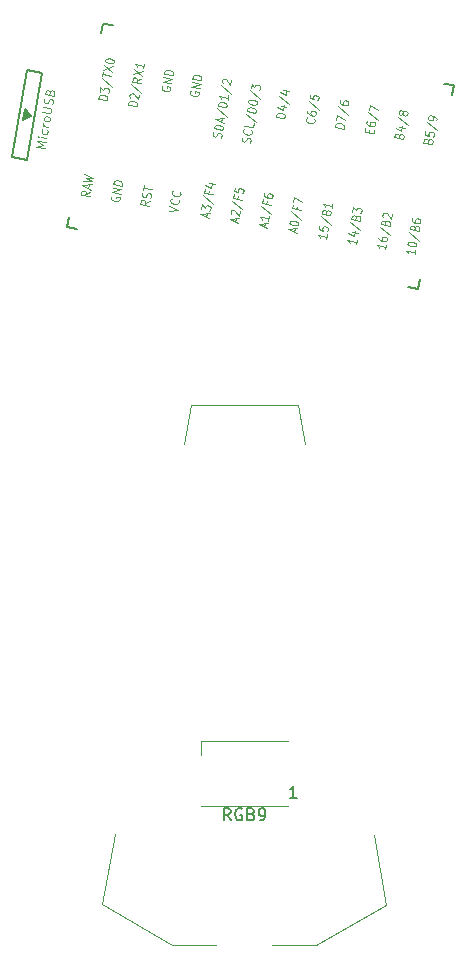
<source format=gto>
G04 #@! TF.GenerationSoftware,KiCad,Pcbnew,(5.1.10-1-10_14)*
G04 #@! TF.CreationDate,2021-11-21T17:36:23-05:00*
G04 #@! TF.ProjectId,reviung34,72657669-756e-4673-9334-2e6b69636164,1*
G04 #@! TF.SameCoordinates,Original*
G04 #@! TF.FileFunction,Legend,Top*
G04 #@! TF.FilePolarity,Positive*
%FSLAX46Y46*%
G04 Gerber Fmt 4.6, Leading zero omitted, Abs format (unit mm)*
G04 Created by KiCad (PCBNEW (5.1.10-1-10_14)) date 2021-11-21 17:36:23*
%MOMM*%
%LPD*%
G01*
G04 APERTURE LIST*
%ADD10C,0.120000*%
%ADD11C,0.150000*%
%ADD12C,0.125000*%
%ADD13C,1.700000*%
%ADD14C,2.000000*%
%ADD15C,3.400000*%
%ADD16C,4.000000*%
%ADD17C,2.100000*%
%ADD18C,1.900000*%
%ADD19R,1.500000X1.000000*%
%ADD20C,2.200000*%
%ADD21C,4.500000*%
G04 APERTURE END LIST*
D10*
X142490000Y-63170000D02*
X143040000Y-66440000D01*
X133410000Y-63170000D02*
X142490000Y-63170000D01*
X132800000Y-66470000D02*
X133410000Y-63170000D01*
X144040000Y-108860000D02*
X140290000Y-108860000D01*
X149940000Y-105500000D02*
X144040000Y-108860000D01*
X148890000Y-99550000D02*
X149940000Y-105500000D01*
X131840000Y-108900000D02*
X135550000Y-108890000D01*
X125920000Y-105450000D02*
X131840000Y-108900000D01*
X126960000Y-99510000D02*
X125920000Y-105450000D01*
D11*
X119675375Y-38797298D02*
X119727469Y-38501856D01*
X119510289Y-38869732D02*
X119597113Y-38377328D01*
X119345203Y-38942165D02*
X119466756Y-38252800D01*
X119898383Y-38684307D02*
X119171434Y-39063839D01*
X119345082Y-38079032D02*
X119898383Y-38684307D01*
X119171434Y-39063839D02*
X119345082Y-38079032D01*
X119564756Y-34817630D02*
X118262395Y-42203688D01*
X120845006Y-35043372D02*
X119564756Y-34817630D01*
X119542645Y-42429430D02*
X120845006Y-35043372D01*
X118262395Y-42203688D02*
X119542645Y-42429430D01*
X122909077Y-48100156D02*
X123746164Y-48247757D01*
X125947921Y-30866021D02*
X126785007Y-31013622D01*
X122909077Y-48100156D02*
X123056678Y-47263070D01*
X125947921Y-30866021D02*
X125809002Y-31653867D01*
X151763945Y-53188048D02*
X152650272Y-53344331D01*
X154852028Y-35962595D02*
X155689115Y-36110196D01*
X152650272Y-53344331D02*
X152797873Y-52507245D01*
X155689115Y-36110196D02*
X155539777Y-36957130D01*
D10*
X134290000Y-91610000D02*
X134290000Y-92760000D01*
X141590000Y-91610000D02*
X134290000Y-91610000D01*
X141590000Y-97110000D02*
X134290000Y-97110000D01*
D12*
X124898213Y-45107723D02*
X124507714Y-45265646D01*
X124831730Y-45484763D02*
X124093124Y-45354527D01*
X124137446Y-45103167D01*
X124183698Y-45046528D01*
X124224410Y-45021310D01*
X124300294Y-45002293D01*
X124405809Y-45020899D01*
X124470612Y-45064722D01*
X124500244Y-45102344D01*
X124524335Y-45171386D01*
X124480013Y-45422746D01*
X124731504Y-44819152D02*
X124786906Y-44504951D01*
X124931454Y-44919202D02*
X124231630Y-44569026D01*
X125009017Y-44479322D01*
X124298112Y-44191985D02*
X125064419Y-44165121D01*
X124559004Y-43946415D01*
X125108740Y-43913761D01*
X124397836Y-43626424D01*
X126697728Y-45473621D02*
X126651476Y-45530260D01*
X126634856Y-45624520D01*
X126653407Y-45724982D01*
X126712670Y-45800225D01*
X126777473Y-45844049D01*
X126912620Y-45900276D01*
X127018135Y-45918881D01*
X127164362Y-45912268D01*
X127240245Y-45893251D01*
X127321669Y-45842814D01*
X127373461Y-45754756D01*
X127384542Y-45691916D01*
X127365991Y-45591454D01*
X127336359Y-45553832D01*
X127090157Y-45510420D01*
X127067996Y-45636100D01*
X127456564Y-45283455D02*
X126717959Y-45153219D01*
X127523047Y-44906415D01*
X126784441Y-44776178D01*
X127578449Y-44592214D02*
X126839843Y-44461978D01*
X126867544Y-44304878D01*
X126919336Y-44216819D01*
X127000760Y-44166382D01*
X127076644Y-44147366D01*
X127222871Y-44140753D01*
X127328386Y-44159358D01*
X127463533Y-44215585D01*
X127528336Y-44259408D01*
X127587599Y-44334652D01*
X127606150Y-44435114D01*
X127578449Y-44592214D01*
X129937352Y-45899069D02*
X129546854Y-46056992D01*
X129870870Y-46276109D02*
X129132264Y-46145873D01*
X129176586Y-45894513D01*
X129222838Y-45837874D01*
X129263550Y-45812656D01*
X129339433Y-45793639D01*
X129444948Y-45812244D01*
X129509752Y-45856068D01*
X129539383Y-45893690D01*
X129563474Y-45962732D01*
X129519153Y-46214092D01*
X129946502Y-45641506D02*
X129998295Y-45553448D01*
X130025996Y-45396348D01*
X130001904Y-45327306D01*
X129972273Y-45289684D01*
X129907470Y-45245860D01*
X129837126Y-45233457D01*
X129761243Y-45252474D01*
X129720531Y-45277692D01*
X129674279Y-45334330D01*
X129616946Y-45453809D01*
X129570694Y-45510447D01*
X129529982Y-45535666D01*
X129454098Y-45554682D01*
X129383755Y-45542279D01*
X129318952Y-45498455D01*
X129289320Y-45460834D01*
X129265229Y-45391792D01*
X129292930Y-45234691D01*
X129344722Y-45146633D01*
X129342792Y-44951911D02*
X129409274Y-44574870D01*
X130114639Y-44893627D02*
X129376033Y-44763391D01*
X131520112Y-46712701D02*
X132297499Y-46622997D01*
X131597675Y-46272821D01*
X132371201Y-45793672D02*
X132400833Y-45831294D01*
X132419384Y-45931756D01*
X132408303Y-45994596D01*
X132356511Y-46082654D01*
X132275087Y-46133091D01*
X132199204Y-46152108D01*
X132052977Y-46158721D01*
X131947462Y-46140116D01*
X131812315Y-46083889D01*
X131747512Y-46040065D01*
X131688249Y-45964822D01*
X131669698Y-45864360D01*
X131680778Y-45801520D01*
X131732570Y-45713461D01*
X131773282Y-45688243D01*
X132487546Y-45133851D02*
X132517177Y-45171473D01*
X132535728Y-45271935D01*
X132524648Y-45334775D01*
X132472855Y-45422833D01*
X132391432Y-45473270D01*
X132315548Y-45492286D01*
X132169321Y-45498900D01*
X132063806Y-45480294D01*
X131928659Y-45424068D01*
X131863856Y-45380244D01*
X131804593Y-45305000D01*
X131786042Y-45204539D01*
X131797122Y-45141698D01*
X131848915Y-45053640D01*
X131889627Y-45028422D01*
X134716674Y-47217833D02*
X134772076Y-46903633D01*
X134916624Y-47317884D02*
X134216800Y-46967707D01*
X134994187Y-46878003D01*
X134283282Y-46590666D02*
X134355305Y-46182206D01*
X134597897Y-46451760D01*
X134614518Y-46357500D01*
X134660770Y-46300861D01*
X134701482Y-46275643D01*
X134777365Y-46256626D01*
X134953224Y-46287635D01*
X135018027Y-46331458D01*
X135047659Y-46369080D01*
X135071750Y-46438122D01*
X135038509Y-46626642D01*
X134992256Y-46683281D01*
X134951545Y-46708499D01*
X134453098Y-45421922D02*
X135303010Y-46154930D01*
X134917550Y-45050261D02*
X134878768Y-45270201D01*
X135265657Y-45338420D02*
X134527051Y-45208184D01*
X134582453Y-44893983D01*
X134922839Y-44403254D02*
X135415242Y-44490078D01*
X134613764Y-44510741D02*
X135113638Y-44760867D01*
X135185661Y-44352406D01*
X137178694Y-47651954D02*
X137234096Y-47337754D01*
X137378644Y-47752005D02*
X136678820Y-47401828D01*
X137456207Y-47312124D01*
X136821186Y-47005771D02*
X136791554Y-46968149D01*
X136767463Y-46899107D01*
X136795164Y-46742007D01*
X136841416Y-46685368D01*
X136882128Y-46660150D01*
X136958012Y-46641133D01*
X137028355Y-46653537D01*
X137128330Y-46703562D01*
X137483908Y-47155023D01*
X137555931Y-46746563D01*
X136915118Y-45856043D02*
X137765030Y-46589051D01*
X137379570Y-45484382D02*
X137340788Y-45704322D01*
X137727677Y-45772541D02*
X136989071Y-45642305D01*
X137044473Y-45328104D01*
X137144197Y-44762543D02*
X137088795Y-45076744D01*
X137434972Y-45170181D01*
X137405340Y-45132559D01*
X137381249Y-45063517D01*
X137408950Y-44906417D01*
X137455202Y-44849779D01*
X137495914Y-44824560D01*
X137571798Y-44805544D01*
X137747656Y-44836552D01*
X137812459Y-44880376D01*
X137842091Y-44917998D01*
X137866182Y-44987040D01*
X137838481Y-45144140D01*
X137792229Y-45200778D01*
X137751517Y-45225997D01*
X139640713Y-48086074D02*
X139696115Y-47771874D01*
X139840663Y-48186125D02*
X139140839Y-47835948D01*
X139918226Y-47746244D01*
X140017950Y-47180683D02*
X139951467Y-47557723D01*
X139984708Y-47369203D02*
X139246103Y-47238967D01*
X139340537Y-47320412D01*
X139399800Y-47395656D01*
X139423892Y-47464698D01*
X139377137Y-46290163D02*
X140227049Y-47023171D01*
X139841589Y-45918502D02*
X139802807Y-46138442D01*
X140189696Y-46206661D02*
X139451090Y-46076425D01*
X139506492Y-45762224D01*
X139600676Y-45228083D02*
X139578515Y-45353763D01*
X139602606Y-45422805D01*
X139632238Y-45460427D01*
X139726672Y-45541872D01*
X139861819Y-45598099D01*
X140143193Y-45647713D01*
X140219076Y-45628696D01*
X140259788Y-45603478D01*
X140306040Y-45546840D01*
X140328201Y-45421160D01*
X140304110Y-45352118D01*
X140274478Y-45314496D01*
X140209675Y-45270672D01*
X140033817Y-45239664D01*
X139957933Y-45258680D01*
X139917221Y-45283899D01*
X139870969Y-45340537D01*
X139848808Y-45466217D01*
X139872899Y-45535259D01*
X139902531Y-45572881D01*
X139967334Y-45616704D01*
X142151973Y-48528877D02*
X142207375Y-48214677D01*
X142351923Y-48628928D02*
X141652099Y-48278751D01*
X142429486Y-48189047D01*
X141751822Y-47713190D02*
X141762903Y-47650350D01*
X141809155Y-47593711D01*
X141849867Y-47568493D01*
X141925750Y-47549477D01*
X142071977Y-47542863D01*
X142247836Y-47573872D01*
X142382983Y-47630099D01*
X142447786Y-47673922D01*
X142477417Y-47711544D01*
X142501509Y-47780586D01*
X142490428Y-47843426D01*
X142444176Y-47900064D01*
X142403464Y-47925283D01*
X142327581Y-47944299D01*
X142181354Y-47950913D01*
X142005495Y-47919904D01*
X141870348Y-47863677D01*
X141805545Y-47819854D01*
X141775914Y-47782232D01*
X141751822Y-47713190D01*
X141888397Y-46732966D02*
X142738309Y-47465974D01*
X142352849Y-46361305D02*
X142314067Y-46581245D01*
X142700956Y-46649464D02*
X141962350Y-46519228D01*
X142017752Y-46205027D01*
X142050993Y-46016507D02*
X142128556Y-45576626D01*
X142817300Y-45989643D01*
X144926895Y-48710400D02*
X144860413Y-49087441D01*
X144893654Y-48898920D02*
X144155048Y-48768684D01*
X144249483Y-48850129D01*
X144308746Y-48925373D01*
X144332837Y-48994415D01*
X144293554Y-47983183D02*
X144238151Y-48297383D01*
X144584328Y-48390820D01*
X144554697Y-48353199D01*
X144530606Y-48284157D01*
X144558307Y-48127057D01*
X144604559Y-48070418D01*
X144645271Y-48045200D01*
X144721154Y-48026183D01*
X144897013Y-48057192D01*
X144961816Y-48101015D01*
X144991447Y-48138637D01*
X145015539Y-48207679D01*
X144987838Y-48364779D01*
X144941586Y-48421418D01*
X144900874Y-48446636D01*
X144396887Y-47191480D02*
X145246799Y-47924487D01*
X144861339Y-46819818D02*
X144913131Y-46731759D01*
X144953843Y-46706541D01*
X145029726Y-46687524D01*
X145135241Y-46706129D01*
X145200045Y-46749953D01*
X145229676Y-46787575D01*
X145253767Y-46856617D01*
X145209446Y-47107977D01*
X144470840Y-46977741D01*
X144509621Y-46757800D01*
X144555874Y-46701162D01*
X144596585Y-46675944D01*
X144672469Y-46656927D01*
X144742813Y-46669331D01*
X144807616Y-46713154D01*
X144837247Y-46750776D01*
X144861339Y-46819818D01*
X144822557Y-47039758D01*
X145386732Y-46102535D02*
X145320250Y-46479576D01*
X145353491Y-46291055D02*
X144614885Y-46160819D01*
X144709320Y-46242265D01*
X144768583Y-46317508D01*
X144792674Y-46386550D01*
X147438154Y-49153203D02*
X147371672Y-49530244D01*
X147404913Y-49341723D02*
X146666307Y-49211487D01*
X146760742Y-49292932D01*
X146820005Y-49368176D01*
X146844096Y-49437218D01*
X147045474Y-48500818D02*
X147537878Y-48587642D01*
X146736400Y-48608304D02*
X147236274Y-48858430D01*
X147308297Y-48449970D01*
X146908146Y-47634283D02*
X147758058Y-48367290D01*
X147372598Y-47262621D02*
X147424390Y-47174562D01*
X147465102Y-47149344D01*
X147540985Y-47130327D01*
X147646500Y-47148932D01*
X147711304Y-47192756D01*
X147740935Y-47230378D01*
X147765026Y-47299420D01*
X147720705Y-47550780D01*
X146982099Y-47420544D01*
X147020880Y-47200603D01*
X147067133Y-47143965D01*
X147107844Y-47118747D01*
X147183728Y-47099730D01*
X147254072Y-47112134D01*
X147318875Y-47155957D01*
X147348506Y-47193579D01*
X147372598Y-47262621D01*
X147333816Y-47482561D01*
X147087363Y-46823563D02*
X147159386Y-46415102D01*
X147401978Y-46684656D01*
X147418598Y-46590396D01*
X147464851Y-46533758D01*
X147505562Y-46508539D01*
X147581446Y-46489523D01*
X147757305Y-46520531D01*
X147822108Y-46564355D01*
X147851739Y-46601977D01*
X147875831Y-46671018D01*
X147842589Y-46859539D01*
X147796337Y-46916177D01*
X147755625Y-46941395D01*
X152411434Y-50030126D02*
X152344952Y-50407167D01*
X152378193Y-50218646D02*
X151639587Y-50088410D01*
X151734022Y-50169855D01*
X151793285Y-50245099D01*
X151817376Y-50314141D01*
X151744851Y-49491429D02*
X151755932Y-49428589D01*
X151802184Y-49371950D01*
X151842896Y-49346732D01*
X151918779Y-49327716D01*
X152065006Y-49321102D01*
X152240865Y-49352111D01*
X152376012Y-49408338D01*
X152440815Y-49452161D01*
X152470446Y-49489783D01*
X152494538Y-49558825D01*
X152483457Y-49621665D01*
X152437205Y-49678304D01*
X152396493Y-49703522D01*
X152320609Y-49722538D01*
X152174382Y-49729152D01*
X151998524Y-49698143D01*
X151863377Y-49641916D01*
X151798574Y-49598093D01*
X151768943Y-49560471D01*
X151744851Y-49491429D01*
X151881426Y-48511206D02*
X152731338Y-49244213D01*
X152345878Y-48139544D02*
X152397670Y-48051485D01*
X152438382Y-48026267D01*
X152514265Y-48007250D01*
X152619780Y-48025855D01*
X152684584Y-48069679D01*
X152714215Y-48107301D01*
X152738306Y-48176343D01*
X152693985Y-48427703D01*
X151955379Y-48297467D01*
X151994160Y-48077526D01*
X152040413Y-48020888D01*
X152081124Y-47995670D01*
X152157008Y-47976653D01*
X152227352Y-47989057D01*
X152292155Y-48032880D01*
X152321786Y-48070502D01*
X152345878Y-48139544D01*
X152307096Y-48359484D01*
X152121585Y-47354865D02*
X152099424Y-47480545D01*
X152123516Y-47549587D01*
X152153147Y-47587209D01*
X152247582Y-47668654D01*
X152382728Y-47724881D01*
X152664102Y-47774495D01*
X152739986Y-47755478D01*
X152780698Y-47730260D01*
X152826950Y-47673622D01*
X152849111Y-47547941D01*
X152825019Y-47478900D01*
X152795388Y-47441278D01*
X152730585Y-47397454D01*
X152554726Y-47366446D01*
X152478842Y-47385462D01*
X152438131Y-47410681D01*
X152391878Y-47467319D01*
X152369718Y-47592999D01*
X152393809Y-47662041D01*
X152423440Y-47699663D01*
X152488244Y-47743486D01*
X149949414Y-49596006D02*
X149882932Y-49973047D01*
X149916173Y-49784526D02*
X149177567Y-49654290D01*
X149272002Y-49735735D01*
X149331265Y-49810979D01*
X149355356Y-49880021D01*
X149310532Y-48900209D02*
X149288372Y-49025889D01*
X149312463Y-49094931D01*
X149342094Y-49132553D01*
X149436529Y-49213998D01*
X149571676Y-49270225D01*
X149853049Y-49319839D01*
X149928933Y-49300822D01*
X149969645Y-49275604D01*
X150015897Y-49218965D01*
X150038058Y-49093285D01*
X150013966Y-49024243D01*
X149984335Y-48986621D01*
X149919532Y-48942798D01*
X149743673Y-48911789D01*
X149667790Y-48930806D01*
X149627078Y-48956024D01*
X149580826Y-49012663D01*
X149558665Y-49138343D01*
X149582756Y-49207385D01*
X149612388Y-49245006D01*
X149677191Y-49288830D01*
X149419406Y-48077086D02*
X150269318Y-48810093D01*
X149883858Y-47705424D02*
X149935650Y-47617365D01*
X149976362Y-47592147D01*
X150052245Y-47573130D01*
X150157760Y-47591735D01*
X150222564Y-47635559D01*
X150252195Y-47673181D01*
X150276286Y-47742223D01*
X150231965Y-47993583D01*
X149493359Y-47863347D01*
X149532140Y-47643406D01*
X149578393Y-47586768D01*
X149619104Y-47561550D01*
X149694988Y-47542533D01*
X149765332Y-47554937D01*
X149830135Y-47598760D01*
X149859766Y-47636382D01*
X149883858Y-47705424D01*
X149845076Y-47925364D01*
X149674507Y-47247349D02*
X149644875Y-47209727D01*
X149620784Y-47140686D01*
X149648485Y-46983585D01*
X149694737Y-46926947D01*
X149735449Y-46901729D01*
X149811332Y-46882712D01*
X149881676Y-46895115D01*
X149981651Y-46945141D01*
X150337229Y-47396602D01*
X150409251Y-46988141D01*
X148483744Y-40097186D02*
X148522525Y-39877246D01*
X148926035Y-39851204D02*
X148870632Y-40165405D01*
X148132027Y-40035169D01*
X148187429Y-39720968D01*
X148287152Y-39155407D02*
X148264992Y-39281087D01*
X148289083Y-39350129D01*
X148318714Y-39387751D01*
X148413149Y-39469196D01*
X148548296Y-39525423D01*
X148829669Y-39575037D01*
X148905553Y-39556020D01*
X148946265Y-39530802D01*
X148992517Y-39474164D01*
X149014678Y-39348483D01*
X148990586Y-39279442D01*
X148960955Y-39241820D01*
X148896152Y-39197996D01*
X148720293Y-39166988D01*
X148644410Y-39186004D01*
X148603698Y-39211223D01*
X148557446Y-39267861D01*
X148535285Y-39393541D01*
X148559376Y-39462583D01*
X148589008Y-39500205D01*
X148653811Y-39544028D01*
X148396026Y-38332284D02*
X149245938Y-39065291D01*
X148458899Y-38181385D02*
X148536462Y-37741505D01*
X149225206Y-38154521D01*
X146353832Y-39754022D02*
X145615226Y-39623786D01*
X145642927Y-39466686D01*
X145694720Y-39378627D01*
X145776144Y-39328190D01*
X145852027Y-39309174D01*
X145998254Y-39302561D01*
X146103769Y-39321166D01*
X146238916Y-39377393D01*
X146303719Y-39421216D01*
X146362982Y-39496460D01*
X146381533Y-39596922D01*
X146353832Y-39754022D01*
X145720490Y-39026805D02*
X145798053Y-38586924D01*
X146486797Y-38999941D01*
X145890306Y-37858061D02*
X146740219Y-38591068D01*
X146014121Y-37361542D02*
X145991960Y-37487222D01*
X146016052Y-37556264D01*
X146045683Y-37593886D01*
X146140118Y-37675331D01*
X146275264Y-37731558D01*
X146556638Y-37781172D01*
X146632522Y-37762155D01*
X146673234Y-37736937D01*
X146719486Y-37680298D01*
X146741647Y-37554618D01*
X146717555Y-37485576D01*
X146687924Y-37447954D01*
X146623121Y-37404131D01*
X146447262Y-37373122D01*
X146371378Y-37392139D01*
X146330666Y-37417357D01*
X146284414Y-37473996D01*
X146262254Y-37599676D01*
X146286345Y-37668718D01*
X146315976Y-37706339D01*
X146380780Y-37750163D01*
X130986027Y-36126269D02*
X130939775Y-36182908D01*
X130923155Y-36277168D01*
X130941706Y-36377630D01*
X131000969Y-36452873D01*
X131065772Y-36496697D01*
X131200919Y-36552924D01*
X131306434Y-36571529D01*
X131452661Y-36564916D01*
X131528544Y-36545899D01*
X131609968Y-36495462D01*
X131661760Y-36407404D01*
X131672841Y-36344564D01*
X131654290Y-36244102D01*
X131624658Y-36206480D01*
X131378456Y-36163068D01*
X131356295Y-36288748D01*
X131744863Y-35936103D02*
X131006258Y-35805867D01*
X131811346Y-35559063D01*
X131072740Y-35428826D01*
X131866748Y-35244862D02*
X131128142Y-35114626D01*
X131155843Y-34957526D01*
X131207635Y-34869467D01*
X131289059Y-34819030D01*
X131364943Y-34800014D01*
X131511170Y-34793401D01*
X131616685Y-34812006D01*
X131751832Y-34868233D01*
X131816635Y-34912056D01*
X131875898Y-34987300D01*
X131894449Y-35087762D01*
X131866748Y-35244862D01*
X133398806Y-36551707D02*
X133352554Y-36608346D01*
X133335934Y-36702606D01*
X133354485Y-36803068D01*
X133413748Y-36878311D01*
X133478551Y-36922135D01*
X133613698Y-36978362D01*
X133719213Y-36996967D01*
X133865440Y-36990354D01*
X133941323Y-36971337D01*
X134022747Y-36920900D01*
X134074539Y-36832842D01*
X134085620Y-36770002D01*
X134067069Y-36669540D01*
X134037437Y-36631918D01*
X133791235Y-36588506D01*
X133769074Y-36714186D01*
X134157642Y-36361541D02*
X133419037Y-36231305D01*
X134224125Y-35984501D01*
X133485519Y-35854264D01*
X134279527Y-35670300D02*
X133540921Y-35540064D01*
X133568622Y-35382964D01*
X133620414Y-35294905D01*
X133701838Y-35244468D01*
X133777722Y-35225452D01*
X133923949Y-35218839D01*
X134029464Y-35237444D01*
X134164611Y-35293671D01*
X134229414Y-35337494D01*
X134288677Y-35412738D01*
X134307228Y-35513200D01*
X134279527Y-35670300D01*
X126314726Y-37362217D02*
X125576120Y-37231981D01*
X125603821Y-37074881D01*
X125655613Y-36986822D01*
X125737037Y-36936385D01*
X125812921Y-36917369D01*
X125959148Y-36910756D01*
X126064663Y-36929361D01*
X126199809Y-36985588D01*
X126264613Y-37029411D01*
X126323876Y-37104655D01*
X126342427Y-37205117D01*
X126314726Y-37362217D01*
X125681384Y-36635000D02*
X125753406Y-36226539D01*
X125995999Y-36496093D01*
X126012619Y-36401833D01*
X126058871Y-36345195D01*
X126099583Y-36319976D01*
X126175467Y-36300960D01*
X126351325Y-36331968D01*
X126416129Y-36375792D01*
X126445760Y-36413414D01*
X126469851Y-36482455D01*
X126436610Y-36670976D01*
X126390358Y-36727614D01*
X126349646Y-36752832D01*
X125851199Y-35466256D02*
X126701112Y-36199263D01*
X125908532Y-35346777D02*
X125975014Y-34969737D01*
X126680379Y-35288493D02*
X125941773Y-35158257D01*
X126002715Y-34812636D02*
X126818884Y-34502992D01*
X126080278Y-34372756D02*
X126741321Y-34942873D01*
X126146761Y-33995715D02*
X126157841Y-33932875D01*
X126204093Y-33876236D01*
X126244805Y-33851018D01*
X126320689Y-33832001D01*
X126466916Y-33825388D01*
X126642774Y-33856397D01*
X126777921Y-33912624D01*
X126842724Y-33956447D01*
X126872356Y-33994069D01*
X126896447Y-34063111D01*
X126885367Y-34125951D01*
X126839114Y-34182589D01*
X126798403Y-34207808D01*
X126722519Y-34226824D01*
X126576292Y-34233438D01*
X126400433Y-34202429D01*
X126265287Y-34146202D01*
X126200484Y-34102379D01*
X126170852Y-34064757D01*
X126146761Y-33995715D01*
X141331312Y-38868416D02*
X140592706Y-38738180D01*
X140620407Y-38581080D01*
X140672200Y-38493021D01*
X140753624Y-38442584D01*
X140829507Y-38423568D01*
X140975734Y-38416955D01*
X141081249Y-38435560D01*
X141216396Y-38491787D01*
X141281199Y-38535610D01*
X141340462Y-38610854D01*
X141359013Y-38711316D01*
X141331312Y-38868416D01*
X141005115Y-37838990D02*
X141497518Y-37925814D01*
X140696040Y-37946477D02*
X141195914Y-38196603D01*
X141267937Y-37788142D01*
X140867786Y-36972455D02*
X141717699Y-37705462D01*
X141237803Y-36519348D02*
X141730207Y-36606172D01*
X140928728Y-36626834D02*
X141428603Y-36876960D01*
X141500626Y-36468500D01*
X135925123Y-40528916D02*
X135976915Y-40440857D01*
X136004616Y-40283757D01*
X135980525Y-40214715D01*
X135950894Y-40177093D01*
X135886090Y-40133270D01*
X135815747Y-40120866D01*
X135739863Y-40139883D01*
X135699151Y-40165101D01*
X135652899Y-40221740D01*
X135595567Y-40341218D01*
X135549315Y-40397857D01*
X135508603Y-40423075D01*
X135432719Y-40442091D01*
X135362376Y-40429688D01*
X135297573Y-40385865D01*
X135267941Y-40348243D01*
X135243850Y-40279201D01*
X135271551Y-40122101D01*
X135323343Y-40034042D01*
X136076639Y-39875296D02*
X135338033Y-39745060D01*
X135365734Y-39587960D01*
X135417527Y-39499901D01*
X135498950Y-39449465D01*
X135574834Y-39430448D01*
X135721061Y-39423835D01*
X135826576Y-39442440D01*
X135961723Y-39498667D01*
X136026526Y-39542490D01*
X136085789Y-39617734D01*
X136104340Y-39718196D01*
X136076639Y-39875296D01*
X135976413Y-39209685D02*
X136031815Y-38895484D01*
X136176363Y-39309735D02*
X135476538Y-38959559D01*
X136253926Y-38869854D01*
X135602033Y-38042175D02*
X136451945Y-38775183D01*
X136414592Y-37958673D02*
X135675986Y-37828436D01*
X135703687Y-37671336D01*
X135755479Y-37583278D01*
X135836903Y-37532841D01*
X135912786Y-37513824D01*
X136059013Y-37507211D01*
X136164529Y-37525816D01*
X136299675Y-37582043D01*
X136364478Y-37625867D01*
X136423741Y-37701110D01*
X136442293Y-37801572D01*
X136414592Y-37958673D01*
X136591878Y-36953231D02*
X136525396Y-37330271D01*
X136558637Y-37141751D02*
X135820031Y-37011515D01*
X135914466Y-37092960D01*
X135973729Y-37168204D01*
X135997820Y-37237246D01*
X135951065Y-36062712D02*
X136800978Y-36795719D01*
X136089822Y-35892796D02*
X136060190Y-35855175D01*
X136036099Y-35786133D01*
X136063800Y-35629033D01*
X136110052Y-35572394D01*
X136150764Y-35547176D01*
X136226648Y-35528159D01*
X136296991Y-35540563D01*
X136396966Y-35590588D01*
X136752544Y-36042049D01*
X136824567Y-35633588D01*
X138389913Y-40947327D02*
X138441706Y-40859268D01*
X138469407Y-40702168D01*
X138445315Y-40633126D01*
X138415684Y-40595504D01*
X138350881Y-40551681D01*
X138280537Y-40539277D01*
X138204654Y-40558294D01*
X138163942Y-40583512D01*
X138117689Y-40640151D01*
X138060357Y-40759629D01*
X138014105Y-40816267D01*
X137973393Y-40841486D01*
X137897509Y-40860502D01*
X137827166Y-40848099D01*
X137762363Y-40804276D01*
X137732731Y-40766654D01*
X137708640Y-40697612D01*
X137736341Y-40540512D01*
X137788133Y-40452453D01*
X138537568Y-39904263D02*
X138567200Y-39941885D01*
X138585751Y-40042347D01*
X138574670Y-40105187D01*
X138522878Y-40193245D01*
X138441454Y-40243682D01*
X138365571Y-40262698D01*
X138219344Y-40269312D01*
X138113829Y-40250706D01*
X137978682Y-40194480D01*
X137913879Y-40150656D01*
X137854616Y-40075412D01*
X137836065Y-39974951D01*
X137847145Y-39912110D01*
X137898937Y-39824052D01*
X137939649Y-39798834D01*
X138713176Y-39319685D02*
X138657773Y-39633886D01*
X137919168Y-39503650D01*
X138061282Y-38492006D02*
X138911195Y-39225014D01*
X138873841Y-38408504D02*
X138135236Y-38278268D01*
X138162937Y-38121167D01*
X138214729Y-38033109D01*
X138296153Y-37982672D01*
X138372036Y-37963655D01*
X138518263Y-37957042D01*
X138623779Y-37975647D01*
X138758925Y-38031874D01*
X138823728Y-38075698D01*
X138882991Y-38150941D01*
X138901542Y-38251403D01*
X138873841Y-38408504D01*
X138273741Y-37492766D02*
X138284821Y-37429926D01*
X138331073Y-37373288D01*
X138371785Y-37348069D01*
X138447669Y-37329053D01*
X138593896Y-37322439D01*
X138769754Y-37353448D01*
X138904901Y-37409675D01*
X138969704Y-37453498D01*
X138999336Y-37491120D01*
X139023427Y-37560162D01*
X139012347Y-37623002D01*
X138966094Y-37679641D01*
X138925382Y-37704859D01*
X138849499Y-37723876D01*
X138703272Y-37730489D01*
X138527413Y-37699480D01*
X138392267Y-37643253D01*
X138327463Y-37599430D01*
X138297832Y-37561808D01*
X138273741Y-37492766D01*
X138410315Y-36512543D02*
X139260228Y-37245550D01*
X138473188Y-36361644D02*
X138545211Y-35953183D01*
X138787803Y-36222737D01*
X138804424Y-36128477D01*
X138850676Y-36071839D01*
X138891388Y-36046621D01*
X138967271Y-36027604D01*
X139143130Y-36058613D01*
X139207933Y-36102436D01*
X139237564Y-36140058D01*
X139261656Y-36209100D01*
X139228414Y-36397620D01*
X139182162Y-36454258D01*
X139141450Y-36479477D01*
X143838711Y-38921775D02*
X143868343Y-38959397D01*
X143886894Y-39059858D01*
X143875813Y-39122699D01*
X143824021Y-39210757D01*
X143742597Y-39261194D01*
X143666714Y-39280210D01*
X143520487Y-39286823D01*
X143414972Y-39268218D01*
X143279825Y-39211991D01*
X143215022Y-39168168D01*
X143155759Y-39092924D01*
X143137208Y-38992462D01*
X143148288Y-38929622D01*
X143200080Y-38841564D01*
X143240792Y-38816346D01*
X143270173Y-38238381D02*
X143248012Y-38364061D01*
X143272103Y-38433103D01*
X143301735Y-38470725D01*
X143396169Y-38552170D01*
X143531316Y-38608397D01*
X143812690Y-38658011D01*
X143888573Y-38638994D01*
X143929285Y-38613776D01*
X143975537Y-38557138D01*
X143997698Y-38431457D01*
X143973607Y-38362415D01*
X143943975Y-38324794D01*
X143879172Y-38280970D01*
X143703313Y-38249962D01*
X143627430Y-38268978D01*
X143586718Y-38294197D01*
X143540466Y-38350835D01*
X143518305Y-38476515D01*
X143542396Y-38545557D01*
X143572028Y-38583179D01*
X143636831Y-38627002D01*
X143379046Y-37415258D02*
X144228959Y-38148265D01*
X143508401Y-36887319D02*
X143452999Y-37201519D01*
X143799176Y-37294956D01*
X143769545Y-37257335D01*
X143745453Y-37188293D01*
X143773154Y-37031193D01*
X143819406Y-36974554D01*
X143860118Y-36949336D01*
X143936002Y-36930319D01*
X144111861Y-36961328D01*
X144176664Y-37005151D01*
X144206295Y-37042773D01*
X144230387Y-37111815D01*
X144202686Y-37268915D01*
X144156433Y-37325554D01*
X144115721Y-37350772D01*
X153490264Y-40785589D02*
X153542056Y-40697530D01*
X153582768Y-40672312D01*
X153658652Y-40653295D01*
X153764167Y-40671900D01*
X153828970Y-40715724D01*
X153858602Y-40753346D01*
X153882693Y-40822387D01*
X153838371Y-41073748D01*
X153099765Y-40943512D01*
X153138547Y-40723571D01*
X153184799Y-40666933D01*
X153225511Y-40641715D01*
X153301395Y-40622698D01*
X153371738Y-40635101D01*
X153436541Y-40678925D01*
X153466173Y-40716547D01*
X153490264Y-40785589D01*
X153451483Y-41005529D01*
X153271512Y-39969490D02*
X153216110Y-40283691D01*
X153562287Y-40377128D01*
X153532655Y-40339506D01*
X153508564Y-40270464D01*
X153536265Y-40113364D01*
X153582517Y-40056726D01*
X153623229Y-40031507D01*
X153699112Y-40012491D01*
X153874971Y-40043499D01*
X153939774Y-40087323D01*
X153969406Y-40124944D01*
X153993497Y-40193986D01*
X153965796Y-40351087D01*
X153919544Y-40407725D01*
X153878832Y-40432943D01*
X153374845Y-39177787D02*
X154224758Y-39910794D01*
X154192944Y-39062864D02*
X154215105Y-38937184D01*
X154191014Y-38868142D01*
X154161382Y-38830520D01*
X154066948Y-38749075D01*
X153931801Y-38692848D01*
X153650427Y-38643234D01*
X153574544Y-38662251D01*
X153533832Y-38687469D01*
X153487580Y-38744108D01*
X153465419Y-38869788D01*
X153489510Y-38938830D01*
X153519142Y-38976452D01*
X153583945Y-39020275D01*
X153759803Y-39051284D01*
X153835687Y-39032267D01*
X153876399Y-39007049D01*
X153922651Y-38950410D01*
X153944812Y-38824730D01*
X153920721Y-38755688D01*
X153891089Y-38718067D01*
X153826286Y-38674243D01*
X128812135Y-37883569D02*
X128073529Y-37753333D01*
X128101230Y-37596233D01*
X128153023Y-37508174D01*
X128234446Y-37457738D01*
X128310330Y-37438721D01*
X128456557Y-37432108D01*
X128562072Y-37450713D01*
X128697219Y-37506940D01*
X128762022Y-37550763D01*
X128821285Y-37626007D01*
X128839836Y-37726469D01*
X128812135Y-37883569D01*
X128254677Y-37137335D02*
X128225045Y-37099713D01*
X128200954Y-37030672D01*
X128228655Y-36873571D01*
X128274907Y-36816933D01*
X128315619Y-36791715D01*
X128391503Y-36772698D01*
X128461846Y-36785101D01*
X128561821Y-36835127D01*
X128917399Y-37286588D01*
X128989422Y-36878127D01*
X128348609Y-35987608D02*
X129198521Y-36720616D01*
X129227650Y-35527065D02*
X128837152Y-35684988D01*
X129161168Y-35904106D02*
X128422562Y-35773869D01*
X128466884Y-35522509D01*
X128513136Y-35465871D01*
X128553848Y-35440652D01*
X128629731Y-35421636D01*
X128735246Y-35440241D01*
X128800050Y-35484064D01*
X128829681Y-35521686D01*
X128853772Y-35590728D01*
X128809451Y-35842088D01*
X128527826Y-35176888D02*
X129343995Y-34867244D01*
X128605389Y-34737007D02*
X129266432Y-35307124D01*
X129449259Y-34270263D02*
X129382776Y-34647303D01*
X129416017Y-34458783D02*
X128677411Y-34328547D01*
X128771846Y-34409992D01*
X128831109Y-34485236D01*
X128855200Y-34554277D01*
X151028244Y-40351469D02*
X151080036Y-40263410D01*
X151120748Y-40238192D01*
X151196632Y-40219175D01*
X151302147Y-40237780D01*
X151366950Y-40281604D01*
X151396582Y-40319226D01*
X151420673Y-40388267D01*
X151376351Y-40639628D01*
X150637745Y-40509392D01*
X150676527Y-40289451D01*
X150722779Y-40232813D01*
X150763491Y-40207595D01*
X150839375Y-40188578D01*
X150909718Y-40200981D01*
X150974521Y-40244805D01*
X151004153Y-40282427D01*
X151028244Y-40351469D01*
X150989463Y-40571409D01*
X151050154Y-39610202D02*
X151542557Y-39697026D01*
X150741079Y-39717689D02*
X151240953Y-39967815D01*
X151312976Y-39559354D01*
X150912825Y-38743667D02*
X151762738Y-39476674D01*
X151319944Y-38491484D02*
X151273692Y-38548122D01*
X151232980Y-38573340D01*
X151157097Y-38592357D01*
X151121925Y-38586155D01*
X151057122Y-38542332D01*
X151027490Y-38504710D01*
X151003399Y-38435668D01*
X151025560Y-38309988D01*
X151071812Y-38253349D01*
X151112524Y-38228131D01*
X151188407Y-38209114D01*
X151223579Y-38215316D01*
X151288382Y-38259140D01*
X151318014Y-38296761D01*
X151342105Y-38365803D01*
X151319944Y-38491484D01*
X151344036Y-38560525D01*
X151373667Y-38598147D01*
X151438470Y-38641971D01*
X151579157Y-38666778D01*
X151655041Y-38647761D01*
X151695753Y-38622543D01*
X151742005Y-38565904D01*
X151764166Y-38440224D01*
X151740074Y-38371182D01*
X151710443Y-38333560D01*
X151645640Y-38289737D01*
X151504953Y-38264930D01*
X151429069Y-38283947D01*
X151388357Y-38309165D01*
X151342105Y-38365803D01*
D10*
X121030024Y-41418785D02*
X120291418Y-41288549D01*
X120862406Y-41135372D01*
X120378242Y-40796145D01*
X121116848Y-40926381D01*
X121178865Y-40574664D02*
X120686461Y-40487840D01*
X120440259Y-40444428D02*
X120469229Y-40485801D01*
X120510603Y-40456831D01*
X120481633Y-40415458D01*
X120440259Y-40444428D01*
X120510603Y-40456831D01*
X121261526Y-39900200D02*
X121284294Y-39976745D01*
X121259488Y-40117432D01*
X121211912Y-40181573D01*
X121170539Y-40210543D01*
X121093994Y-40233312D01*
X120882964Y-40196101D01*
X120818822Y-40148526D01*
X120789852Y-40107153D01*
X120767084Y-40030607D01*
X120791891Y-39889921D01*
X120839466Y-39825779D01*
X121352513Y-39589856D02*
X120860109Y-39503032D01*
X121000796Y-39527839D02*
X120936655Y-39480264D01*
X120907685Y-39438890D01*
X120884916Y-39362345D01*
X120897320Y-39292002D01*
X121451741Y-39027109D02*
X121404166Y-39091250D01*
X121362792Y-39120220D01*
X121286247Y-39142989D01*
X121075217Y-39105778D01*
X121011075Y-39058203D01*
X120982105Y-39016830D01*
X120959337Y-38940285D01*
X120977942Y-38834769D01*
X121025517Y-38770628D01*
X121066891Y-38741658D01*
X121143436Y-38718890D01*
X121354466Y-38756100D01*
X121418608Y-38803675D01*
X121447578Y-38845048D01*
X121470346Y-38921594D01*
X121451741Y-39027109D01*
X120812363Y-38334125D02*
X121410282Y-38439555D01*
X121486827Y-38416786D01*
X121528200Y-38387816D01*
X121575775Y-38323675D01*
X121600582Y-38182988D01*
X121577814Y-38106443D01*
X121548844Y-38065069D01*
X121484702Y-38017494D01*
X120886783Y-37912065D01*
X121646033Y-37719554D02*
X121699810Y-37620240D01*
X121730818Y-37444382D01*
X121708050Y-37367837D01*
X121679080Y-37326463D01*
X121614938Y-37278888D01*
X121544595Y-37266485D01*
X121468050Y-37289253D01*
X121426676Y-37318223D01*
X121379101Y-37382365D01*
X121319123Y-37516850D01*
X121271547Y-37580992D01*
X121230174Y-37609962D01*
X121153629Y-37632730D01*
X121083286Y-37620326D01*
X121019144Y-37572751D01*
X120990174Y-37531378D01*
X120967406Y-37454833D01*
X120998414Y-37278974D01*
X121052191Y-37179661D01*
X121467964Y-36672729D02*
X121521741Y-36573416D01*
X121563114Y-36544446D01*
X121639659Y-36521677D01*
X121745174Y-36540282D01*
X121809316Y-36587858D01*
X121838286Y-36629231D01*
X121861054Y-36705776D01*
X121811441Y-36987150D01*
X121072835Y-36856914D01*
X121116247Y-36610712D01*
X121163822Y-36546570D01*
X121205195Y-36517600D01*
X121281741Y-36494832D01*
X121352084Y-36507235D01*
X121416226Y-36554810D01*
X121445196Y-36596184D01*
X121467964Y-36672729D01*
X121424552Y-36918931D01*
X121030024Y-41418785D02*
X120291418Y-41288549D01*
X120862406Y-41135372D01*
X120378242Y-40796145D01*
X121116848Y-40926381D01*
X121178865Y-40574664D02*
X120686461Y-40487840D01*
X120440259Y-40444428D02*
X120469229Y-40485801D01*
X120510603Y-40456831D01*
X120481633Y-40415458D01*
X120440259Y-40444428D01*
X120510603Y-40456831D01*
X121261526Y-39900200D02*
X121284294Y-39976745D01*
X121259488Y-40117432D01*
X121211912Y-40181573D01*
X121170539Y-40210543D01*
X121093994Y-40233312D01*
X120882964Y-40196101D01*
X120818822Y-40148526D01*
X120789852Y-40107153D01*
X120767084Y-40030607D01*
X120791891Y-39889921D01*
X120839466Y-39825779D01*
X121352513Y-39589856D02*
X120860109Y-39503032D01*
X121000796Y-39527839D02*
X120936655Y-39480264D01*
X120907685Y-39438890D01*
X120884916Y-39362345D01*
X120897320Y-39292002D01*
X121451741Y-39027109D02*
X121404166Y-39091250D01*
X121362792Y-39120220D01*
X121286247Y-39142989D01*
X121075217Y-39105778D01*
X121011075Y-39058203D01*
X120982105Y-39016830D01*
X120959337Y-38940285D01*
X120977942Y-38834769D01*
X121025517Y-38770628D01*
X121066891Y-38741658D01*
X121143436Y-38718890D01*
X121354466Y-38756100D01*
X121418608Y-38803675D01*
X121447578Y-38845048D01*
X121470346Y-38921594D01*
X121451741Y-39027109D01*
X120812363Y-38334125D02*
X121410282Y-38439555D01*
X121486827Y-38416786D01*
X121528200Y-38387816D01*
X121575775Y-38323675D01*
X121600582Y-38182988D01*
X121577814Y-38106443D01*
X121548844Y-38065069D01*
X121484702Y-38017494D01*
X120886783Y-37912065D01*
X121646033Y-37719554D02*
X121699810Y-37620240D01*
X121730818Y-37444382D01*
X121708050Y-37367837D01*
X121679080Y-37326463D01*
X121614938Y-37278888D01*
X121544595Y-37266485D01*
X121468050Y-37289253D01*
X121426676Y-37318223D01*
X121379101Y-37382365D01*
X121319123Y-37516850D01*
X121271547Y-37580992D01*
X121230174Y-37609962D01*
X121153629Y-37632730D01*
X121083286Y-37620326D01*
X121019144Y-37572751D01*
X120990174Y-37531378D01*
X120967406Y-37454833D01*
X120998414Y-37278974D01*
X121052191Y-37179661D01*
X121467964Y-36672729D02*
X121521741Y-36573416D01*
X121563114Y-36544446D01*
X121639659Y-36521677D01*
X121745174Y-36540282D01*
X121809316Y-36587858D01*
X121838286Y-36629231D01*
X121861054Y-36705776D01*
X121811441Y-36987150D01*
X121072835Y-36856914D01*
X121116247Y-36610712D01*
X121163822Y-36546570D01*
X121205195Y-36517600D01*
X121281741Y-36494832D01*
X121352084Y-36507235D01*
X121416226Y-36554810D01*
X121445196Y-36596184D01*
X121467964Y-36672729D01*
X121424552Y-36918931D01*
D11*
X136773333Y-98312380D02*
X136440000Y-97836190D01*
X136201904Y-98312380D02*
X136201904Y-97312380D01*
X136582857Y-97312380D01*
X136678095Y-97360000D01*
X136725714Y-97407619D01*
X136773333Y-97502857D01*
X136773333Y-97645714D01*
X136725714Y-97740952D01*
X136678095Y-97788571D01*
X136582857Y-97836190D01*
X136201904Y-97836190D01*
X137725714Y-97360000D02*
X137630476Y-97312380D01*
X137487619Y-97312380D01*
X137344761Y-97360000D01*
X137249523Y-97455238D01*
X137201904Y-97550476D01*
X137154285Y-97740952D01*
X137154285Y-97883809D01*
X137201904Y-98074285D01*
X137249523Y-98169523D01*
X137344761Y-98264761D01*
X137487619Y-98312380D01*
X137582857Y-98312380D01*
X137725714Y-98264761D01*
X137773333Y-98217142D01*
X137773333Y-97883809D01*
X137582857Y-97883809D01*
X138535238Y-97788571D02*
X138678095Y-97836190D01*
X138725714Y-97883809D01*
X138773333Y-97979047D01*
X138773333Y-98121904D01*
X138725714Y-98217142D01*
X138678095Y-98264761D01*
X138582857Y-98312380D01*
X138201904Y-98312380D01*
X138201904Y-97312380D01*
X138535238Y-97312380D01*
X138630476Y-97360000D01*
X138678095Y-97407619D01*
X138725714Y-97502857D01*
X138725714Y-97598095D01*
X138678095Y-97693333D01*
X138630476Y-97740952D01*
X138535238Y-97788571D01*
X138201904Y-97788571D01*
X139249523Y-98312380D02*
X139440000Y-98312380D01*
X139535238Y-98264761D01*
X139582857Y-98217142D01*
X139678095Y-98074285D01*
X139725714Y-97883809D01*
X139725714Y-97502857D01*
X139678095Y-97407619D01*
X139630476Y-97360000D01*
X139535238Y-97312380D01*
X139344761Y-97312380D01*
X139249523Y-97360000D01*
X139201904Y-97407619D01*
X139154285Y-97502857D01*
X139154285Y-97740952D01*
X139201904Y-97836190D01*
X139249523Y-97883809D01*
X139344761Y-97931428D01*
X139535238Y-97931428D01*
X139630476Y-97883809D01*
X139678095Y-97836190D01*
X139725714Y-97740952D01*
X142375714Y-96412380D02*
X141804285Y-96412380D01*
X142090000Y-96412380D02*
X142090000Y-95412380D01*
X141994761Y-95555238D01*
X141899523Y-95650476D01*
X141804285Y-95698095D01*
%LPC*%
D13*
X143370000Y-125460000D03*
X132370000Y-125460000D03*
D14*
X132870000Y-129260000D03*
X137870000Y-131360000D03*
D15*
X137870000Y-125460000D03*
D16*
X89570000Y-52140000D03*
D17*
X84153557Y-51184935D03*
X94986443Y-53095065D03*
D18*
X94572823Y-53022133D03*
X84567177Y-51257867D03*
D16*
X186260000Y-52120000D03*
D17*
X180843557Y-53075065D03*
X191676443Y-51164935D03*
D18*
X191262823Y-51237867D03*
X181257177Y-53002133D03*
D16*
X169090000Y-122660000D03*
D17*
X163777408Y-124083505D03*
X174402592Y-121236495D03*
D18*
X173996903Y-121345199D03*
X164183097Y-123974801D03*
D16*
X147430000Y-125500000D03*
D17*
X141930000Y-125500000D03*
X152930000Y-125500000D03*
D18*
X152510000Y-125500000D03*
X142350000Y-125500000D03*
D16*
X128390000Y-125500000D03*
D17*
X122890000Y-125500000D03*
X133890000Y-125500000D03*
D18*
X133470000Y-125500000D03*
X123310000Y-125500000D03*
D16*
X106730000Y-122670000D03*
D17*
X101417408Y-121246495D03*
X112042592Y-124093505D03*
D18*
X111636903Y-123984801D03*
X101823097Y-121355199D03*
D16*
X231590000Y-89910000D03*
D17*
X226173557Y-90865065D03*
X237006443Y-88954935D03*
D18*
X236592823Y-89027867D03*
X226587177Y-90792133D03*
D16*
X228320000Y-71130000D03*
D17*
X222903557Y-72085065D03*
X233736443Y-70174935D03*
D18*
X233322823Y-70247867D03*
X223317177Y-72012133D03*
D16*
X225010000Y-52390000D03*
D17*
X219593557Y-53345065D03*
X230426443Y-51434935D03*
D18*
X230012823Y-51507867D03*
X220007177Y-53272133D03*
D16*
X212250000Y-89750000D03*
D17*
X206833557Y-90705065D03*
X217666443Y-88794935D03*
D18*
X217252823Y-88867867D03*
X207247177Y-90632133D03*
D16*
X192870000Y-89620000D03*
D17*
X187453557Y-90575065D03*
X198286443Y-88664935D03*
D18*
X197872823Y-88737867D03*
X187867177Y-90502133D03*
D16*
X174700000Y-96380000D03*
D17*
X169283557Y-97335065D03*
X180116443Y-95424935D03*
D18*
X179702823Y-95497867D03*
X169697177Y-97262133D03*
D16*
X156550000Y-103160000D03*
D17*
X151133557Y-104115065D03*
X161966443Y-102204935D03*
D18*
X161552823Y-102277867D03*
X151547177Y-104042133D03*
D16*
X208950000Y-71010000D03*
D17*
X203533557Y-71965065D03*
X214366443Y-70054935D03*
D18*
X213952823Y-70127867D03*
X203947177Y-71892133D03*
D16*
X189550000Y-70880000D03*
D17*
X184133557Y-71835065D03*
X194966443Y-69924935D03*
D18*
X194552823Y-69997867D03*
X184547177Y-71762133D03*
D16*
X171410000Y-77610000D03*
D17*
X165993557Y-78565065D03*
X176826443Y-76654935D03*
D18*
X176412823Y-76727867D03*
X166407177Y-78492133D03*
D16*
X153250000Y-84380000D03*
D17*
X147833557Y-85335065D03*
X158666443Y-83424935D03*
D18*
X158252823Y-83497867D03*
X148247177Y-85262133D03*
D16*
X205610000Y-52250000D03*
D17*
X200193557Y-53205065D03*
X211026443Y-51294935D03*
D18*
X210612823Y-51367867D03*
X200607177Y-53132133D03*
D16*
X168090000Y-58870000D03*
D17*
X162673557Y-59825065D03*
X173506443Y-57914935D03*
D18*
X173092823Y-57987867D03*
X163087177Y-59752133D03*
D16*
X149950000Y-65600000D03*
D17*
X144533557Y-66555065D03*
X155366443Y-64644935D03*
D18*
X154952823Y-64717867D03*
X144947177Y-66482133D03*
D16*
X119270000Y-103110000D03*
D17*
X113853557Y-102154935D03*
X124686443Y-104065065D03*
D18*
X124272823Y-103992133D03*
X114267177Y-102227867D03*
D16*
X101080000Y-96410000D03*
D17*
X95663557Y-95454935D03*
X106496443Y-97365065D03*
D18*
X106082823Y-97292133D03*
X96077177Y-95527867D03*
D16*
X82940000Y-89680000D03*
D17*
X77523557Y-88724935D03*
X88356443Y-90635065D03*
D18*
X87942823Y-90562133D03*
X77937177Y-88797867D03*
D16*
X63590000Y-89760000D03*
D17*
X58173557Y-88804935D03*
X69006443Y-90715065D03*
D18*
X68592823Y-90642133D03*
X58587177Y-88877867D03*
D16*
X44220000Y-89930000D03*
D17*
X38803557Y-88974935D03*
X49636443Y-90885065D03*
D18*
X49222823Y-90812133D03*
X39217177Y-89047867D03*
D16*
X122560000Y-84390000D03*
D17*
X117143557Y-83434935D03*
X127976443Y-85345065D03*
D18*
X127562823Y-85272133D03*
X117557177Y-83507867D03*
D16*
X104390000Y-77620000D03*
D17*
X98973557Y-76664935D03*
X109806443Y-78575065D03*
D18*
X109392823Y-78502133D03*
X99387177Y-76737867D03*
D16*
X86280000Y-70870000D03*
D17*
X80863557Y-69914935D03*
X91696443Y-71825065D03*
D18*
X91282823Y-71752133D03*
X81277177Y-69987867D03*
D16*
X66860000Y-71030000D03*
D17*
X61443557Y-70074935D03*
X72276443Y-71985065D03*
D18*
X71862823Y-71912133D03*
X61857177Y-70147867D03*
D16*
X47520000Y-71160000D03*
D17*
X42103557Y-70204935D03*
X52936443Y-72115065D03*
D18*
X52522823Y-72042133D03*
X42517177Y-70277867D03*
D16*
X125910000Y-65590000D03*
D17*
X120493557Y-64634935D03*
X131326443Y-66545065D03*
D18*
X130912823Y-66472133D03*
X120907177Y-64707867D03*
D16*
X107730000Y-58870000D03*
D17*
X102313557Y-57914935D03*
X113146443Y-59825065D03*
D18*
X112732823Y-59752133D03*
X102727177Y-57987867D03*
D16*
X70150000Y-52320000D03*
D17*
X64733557Y-51364935D03*
X75566443Y-53275065D03*
D18*
X75152823Y-53202133D03*
X65147177Y-51437867D03*
D16*
X50800000Y-52420000D03*
D17*
X45383557Y-51464935D03*
X56216443Y-53375065D03*
D18*
X55802823Y-53302133D03*
X45797177Y-51537867D03*
D19*
X140390000Y-95960000D03*
X140390000Y-92760000D03*
X135490000Y-95960000D03*
X135490000Y-92760000D03*
D14*
X164879375Y-41385643D03*
X171280625Y-42514357D03*
D20*
X160110000Y-39870000D03*
X133810000Y-54320000D03*
X122560000Y-52320000D03*
D21*
X222910000Y-95530000D03*
X216320000Y-58020000D03*
X160020000Y-67940000D03*
X183800000Y-106980000D03*
X137910000Y-109960000D03*
X115800000Y-67940000D03*
X92020000Y-106970000D03*
X52920000Y-95540000D03*
X59540000Y-58030000D03*
M02*

</source>
